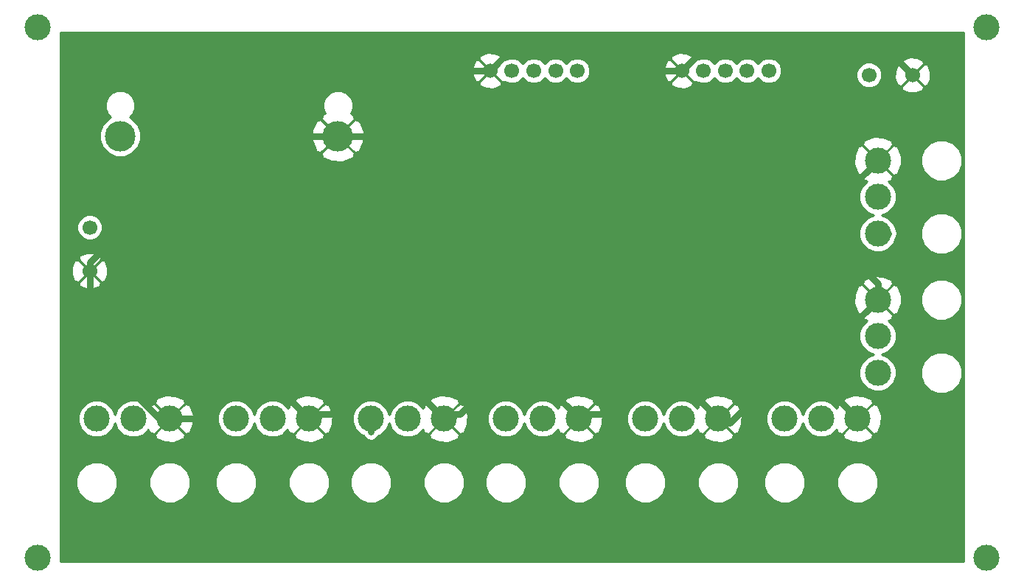
<source format=gtl>
G04 #@! TF.FileFunction,Copper,L1,Top,Signal*
%FSLAX46Y46*%
G04 Gerber Fmt 4.6, Leading zero omitted, Abs format (unit mm)*
G04 Created by KiCad (PCBNEW 4.0.7-e2-6376~58~ubuntu16.04.1) date Mon Apr  9 08:03:59 2018*
%MOMM*%
%LPD*%
G01*
G04 APERTURE LIST*
%ADD10C,0.100000*%
%ADD11C,3.000000*%
%ADD12C,1.700000*%
%ADD13C,3.500000*%
%ADD14C,0.750000*%
%ADD15C,0.250000*%
%ADD16C,0.230000*%
G04 APERTURE END LIST*
D10*
D11*
X110500000Y-112500000D03*
X106300000Y-112500000D03*
X114700000Y-112500000D03*
D12*
X114500000Y-72500000D03*
X112000000Y-72500000D03*
X109500000Y-72500000D03*
X107000000Y-72500000D03*
X104500000Y-72500000D03*
D11*
X63500000Y-112500000D03*
X59300000Y-112500000D03*
X67700000Y-112500000D03*
X79500000Y-112500000D03*
X75300000Y-112500000D03*
X83700000Y-112500000D03*
X95000000Y-112500000D03*
X90800000Y-112500000D03*
X99200000Y-112500000D03*
X126500000Y-112500000D03*
X122300000Y-112500000D03*
X130700000Y-112500000D03*
X142500000Y-112500000D03*
X138300000Y-112500000D03*
X146700000Y-112500000D03*
X149000000Y-103000000D03*
X149000000Y-107200000D03*
X149000000Y-98800000D03*
X149000000Y-87000000D03*
X149000000Y-91200000D03*
X149000000Y-82800000D03*
D12*
X136500000Y-72500000D03*
X134000000Y-72500000D03*
X131500000Y-72500000D03*
X129000000Y-72500000D03*
X126500000Y-72500000D03*
X58500000Y-95500000D03*
X58500000Y-90500000D03*
D13*
X62000000Y-80000000D03*
X87000000Y-80000000D03*
D11*
X52500000Y-67500000D03*
X52500000Y-128500000D03*
X161500000Y-128500000D03*
X161500000Y-67500000D03*
D12*
X148000000Y-73000000D03*
X153000000Y-73000000D03*
D14*
X150200000Y-91200000D02*
X149000000Y-91200000D01*
X75000000Y-112800000D02*
X75300000Y-112500000D01*
X91000000Y-112700000D02*
X90800000Y-112500000D01*
X122000000Y-112800000D02*
X122300000Y-112500000D01*
X138000000Y-112800000D02*
X138300000Y-112500000D01*
X149000000Y-92200000D02*
X149000000Y-91200000D01*
X138300000Y-113500000D02*
X138300000Y-112500000D01*
X121500000Y-112500000D02*
X122300000Y-112500000D01*
X106300000Y-113500000D02*
X106300000Y-112500000D01*
X90800000Y-114000000D02*
X90800000Y-112500000D01*
X62000000Y-81000000D02*
X62000000Y-80000000D01*
D15*
X62000000Y-81000000D02*
X62000000Y-80000000D01*
D14*
X104500000Y-72500000D02*
X107000000Y-70000000D01*
X124500000Y-72500000D02*
X126500000Y-72500000D01*
X122000000Y-70000000D02*
X124500000Y-72500000D01*
X107000000Y-70000000D02*
X122000000Y-70000000D01*
X87000000Y-80000000D02*
X94000000Y-80000000D01*
X101500000Y-72500000D02*
X104500000Y-72500000D01*
X94000000Y-80000000D02*
X101500000Y-72500000D01*
X58500000Y-95500000D02*
X58500000Y-94500000D01*
X73000000Y-80000000D02*
X87000000Y-80000000D01*
X58500000Y-94500000D02*
X73000000Y-80000000D01*
X149000000Y-98800000D02*
X149000000Y-97000000D01*
X145000000Y-86800000D02*
X149000000Y-82800000D01*
X145000000Y-93000000D02*
X145000000Y-86800000D01*
X149000000Y-97000000D02*
X145000000Y-93000000D01*
X143000000Y-109000000D02*
X143200000Y-109000000D01*
X143200000Y-109000000D02*
X146700000Y-112500000D01*
X58500000Y-95500000D02*
X58500000Y-104500000D01*
X58500000Y-104500000D02*
X66500000Y-112500000D01*
X66500000Y-112500000D02*
X70500000Y-112500000D01*
X80200000Y-109000000D02*
X83200000Y-112000000D01*
X74000000Y-109000000D02*
X80200000Y-109000000D01*
X70500000Y-112500000D02*
X74000000Y-109000000D01*
X83200000Y-112000000D02*
X87000000Y-112000000D01*
X87000000Y-112000000D02*
X90000000Y-109000000D01*
X90000000Y-109000000D02*
X95700000Y-109000000D01*
X95700000Y-109000000D02*
X98700000Y-112000000D01*
X98700000Y-112000000D02*
X101000000Y-112000000D01*
X101000000Y-112000000D02*
X104000000Y-109000000D01*
X104000000Y-109000000D02*
X111200000Y-109000000D01*
X111200000Y-109000000D02*
X114200000Y-112000000D01*
X114200000Y-112000000D02*
X118000000Y-112000000D01*
X118000000Y-112000000D02*
X121000000Y-109000000D01*
X121000000Y-109000000D02*
X127200000Y-109000000D01*
X127200000Y-109000000D02*
X131200000Y-113000000D01*
X131200000Y-113000000D02*
X132000000Y-113000000D01*
X132000000Y-113000000D02*
X136000000Y-109000000D01*
X136000000Y-109000000D02*
X143000000Y-109000000D01*
X143200000Y-109000000D02*
X145000000Y-107200000D01*
X145000000Y-107200000D02*
X145000000Y-102800000D01*
X145000000Y-102800000D02*
X149000000Y-98800000D01*
X126500000Y-72500000D02*
X130000000Y-69000000D01*
X149000000Y-69000000D02*
X153000000Y-73000000D01*
X130000000Y-69000000D02*
X149000000Y-69000000D01*
D15*
X146500000Y-112300000D02*
X146700000Y-112500000D01*
D16*
G36*
X158885000Y-128885000D02*
X55115000Y-128885000D01*
X55115000Y-120269948D01*
X56926589Y-120269948D01*
X57287095Y-121142441D01*
X57954048Y-121810559D01*
X58825910Y-122172587D01*
X59769948Y-122173411D01*
X60642441Y-121812905D01*
X61310559Y-121145952D01*
X61672587Y-120274090D01*
X61672590Y-120269948D01*
X65326589Y-120269948D01*
X65687095Y-121142441D01*
X66354048Y-121810559D01*
X67225910Y-122172587D01*
X68169948Y-122173411D01*
X69042441Y-121812905D01*
X69710559Y-121145952D01*
X70072587Y-120274090D01*
X70072590Y-120269948D01*
X72926589Y-120269948D01*
X73287095Y-121142441D01*
X73954048Y-121810559D01*
X74825910Y-122172587D01*
X75769948Y-122173411D01*
X76642441Y-121812905D01*
X77310559Y-121145952D01*
X77672587Y-120274090D01*
X77672590Y-120269948D01*
X81326589Y-120269948D01*
X81687095Y-121142441D01*
X82354048Y-121810559D01*
X83225910Y-122172587D01*
X84169948Y-122173411D01*
X85042441Y-121812905D01*
X85710559Y-121145952D01*
X86072587Y-120274090D01*
X86072590Y-120269948D01*
X88426589Y-120269948D01*
X88787095Y-121142441D01*
X89454048Y-121810559D01*
X90325910Y-122172587D01*
X91269948Y-122173411D01*
X92142441Y-121812905D01*
X92810559Y-121145952D01*
X93172587Y-120274090D01*
X93172590Y-120269948D01*
X96826589Y-120269948D01*
X97187095Y-121142441D01*
X97854048Y-121810559D01*
X98725910Y-122172587D01*
X99669948Y-122173411D01*
X100542441Y-121812905D01*
X101210559Y-121145952D01*
X101572587Y-120274090D01*
X101572590Y-120269948D01*
X103926589Y-120269948D01*
X104287095Y-121142441D01*
X104954048Y-121810559D01*
X105825910Y-122172587D01*
X106769948Y-122173411D01*
X107642441Y-121812905D01*
X108310559Y-121145952D01*
X108672587Y-120274090D01*
X108672590Y-120269948D01*
X112326589Y-120269948D01*
X112687095Y-121142441D01*
X113354048Y-121810559D01*
X114225910Y-122172587D01*
X115169948Y-122173411D01*
X116042441Y-121812905D01*
X116710559Y-121145952D01*
X117072587Y-120274090D01*
X117072590Y-120269948D01*
X119926589Y-120269948D01*
X120287095Y-121142441D01*
X120954048Y-121810559D01*
X121825910Y-122172587D01*
X122769948Y-122173411D01*
X123642441Y-121812905D01*
X124310559Y-121145952D01*
X124672587Y-120274090D01*
X124672590Y-120269948D01*
X128326589Y-120269948D01*
X128687095Y-121142441D01*
X129354048Y-121810559D01*
X130225910Y-122172587D01*
X131169948Y-122173411D01*
X132042441Y-121812905D01*
X132710559Y-121145952D01*
X133072587Y-120274090D01*
X133072590Y-120269948D01*
X135926589Y-120269948D01*
X136287095Y-121142441D01*
X136954048Y-121810559D01*
X137825910Y-122172587D01*
X138769948Y-122173411D01*
X139642441Y-121812905D01*
X140310559Y-121145952D01*
X140672587Y-120274090D01*
X140672590Y-120269948D01*
X144326589Y-120269948D01*
X144687095Y-121142441D01*
X145354048Y-121810559D01*
X146225910Y-122172587D01*
X147169948Y-122173411D01*
X148042441Y-121812905D01*
X148710559Y-121145952D01*
X149072587Y-120274090D01*
X149073411Y-119330052D01*
X148712905Y-118457559D01*
X148045952Y-117789441D01*
X147174090Y-117427413D01*
X146230052Y-117426589D01*
X145357559Y-117787095D01*
X144689441Y-118454048D01*
X144327413Y-119325910D01*
X144326589Y-120269948D01*
X140672590Y-120269948D01*
X140673411Y-119330052D01*
X140312905Y-118457559D01*
X139645952Y-117789441D01*
X138774090Y-117427413D01*
X137830052Y-117426589D01*
X136957559Y-117787095D01*
X136289441Y-118454048D01*
X135927413Y-119325910D01*
X135926589Y-120269948D01*
X133072590Y-120269948D01*
X133073411Y-119330052D01*
X132712905Y-118457559D01*
X132045952Y-117789441D01*
X131174090Y-117427413D01*
X130230052Y-117426589D01*
X129357559Y-117787095D01*
X128689441Y-118454048D01*
X128327413Y-119325910D01*
X128326589Y-120269948D01*
X124672590Y-120269948D01*
X124673411Y-119330052D01*
X124312905Y-118457559D01*
X123645952Y-117789441D01*
X122774090Y-117427413D01*
X121830052Y-117426589D01*
X120957559Y-117787095D01*
X120289441Y-118454048D01*
X119927413Y-119325910D01*
X119926589Y-120269948D01*
X117072590Y-120269948D01*
X117073411Y-119330052D01*
X116712905Y-118457559D01*
X116045952Y-117789441D01*
X115174090Y-117427413D01*
X114230052Y-117426589D01*
X113357559Y-117787095D01*
X112689441Y-118454048D01*
X112327413Y-119325910D01*
X112326589Y-120269948D01*
X108672590Y-120269948D01*
X108673411Y-119330052D01*
X108312905Y-118457559D01*
X107645952Y-117789441D01*
X106774090Y-117427413D01*
X105830052Y-117426589D01*
X104957559Y-117787095D01*
X104289441Y-118454048D01*
X103927413Y-119325910D01*
X103926589Y-120269948D01*
X101572590Y-120269948D01*
X101573411Y-119330052D01*
X101212905Y-118457559D01*
X100545952Y-117789441D01*
X99674090Y-117427413D01*
X98730052Y-117426589D01*
X97857559Y-117787095D01*
X97189441Y-118454048D01*
X96827413Y-119325910D01*
X96826589Y-120269948D01*
X93172590Y-120269948D01*
X93173411Y-119330052D01*
X92812905Y-118457559D01*
X92145952Y-117789441D01*
X91274090Y-117427413D01*
X90330052Y-117426589D01*
X89457559Y-117787095D01*
X88789441Y-118454048D01*
X88427413Y-119325910D01*
X88426589Y-120269948D01*
X86072590Y-120269948D01*
X86073411Y-119330052D01*
X85712905Y-118457559D01*
X85045952Y-117789441D01*
X84174090Y-117427413D01*
X83230052Y-117426589D01*
X82357559Y-117787095D01*
X81689441Y-118454048D01*
X81327413Y-119325910D01*
X81326589Y-120269948D01*
X77672590Y-120269948D01*
X77673411Y-119330052D01*
X77312905Y-118457559D01*
X76645952Y-117789441D01*
X75774090Y-117427413D01*
X74830052Y-117426589D01*
X73957559Y-117787095D01*
X73289441Y-118454048D01*
X72927413Y-119325910D01*
X72926589Y-120269948D01*
X70072590Y-120269948D01*
X70073411Y-119330052D01*
X69712905Y-118457559D01*
X69045952Y-117789441D01*
X68174090Y-117427413D01*
X67230052Y-117426589D01*
X66357559Y-117787095D01*
X65689441Y-118454048D01*
X65327413Y-119325910D01*
X65326589Y-120269948D01*
X61672590Y-120269948D01*
X61673411Y-119330052D01*
X61312905Y-118457559D01*
X60645952Y-117789441D01*
X59774090Y-117427413D01*
X58830052Y-117426589D01*
X57957559Y-117787095D01*
X57289441Y-118454048D01*
X56927413Y-119325910D01*
X56926589Y-120269948D01*
X55115000Y-120269948D01*
X55115000Y-112920438D01*
X57176632Y-112920438D01*
X57499159Y-113701012D01*
X58095847Y-114298742D01*
X58875857Y-114622631D01*
X59720438Y-114623368D01*
X60501012Y-114300841D01*
X61098742Y-113704153D01*
X61400342Y-112977821D01*
X61699159Y-113701012D01*
X62295847Y-114298742D01*
X63075857Y-114622631D01*
X63920438Y-114623368D01*
X64701012Y-114300841D01*
X64752522Y-114249420D01*
X65957651Y-114249420D01*
X66073350Y-114747397D01*
X67057214Y-115198817D01*
X68138936Y-115239365D01*
X69153833Y-114862870D01*
X69326650Y-114747397D01*
X69442349Y-114249420D01*
X67700000Y-112507071D01*
X65957651Y-114249420D01*
X64752522Y-114249420D01*
X65259163Y-113743663D01*
X65337130Y-113953833D01*
X65452603Y-114126650D01*
X65950580Y-114242349D01*
X67692929Y-112500000D01*
X67707071Y-112500000D01*
X69449420Y-114242349D01*
X69947397Y-114126650D01*
X70398817Y-113142786D01*
X70407151Y-112920438D01*
X73176632Y-112920438D01*
X73499159Y-113701012D01*
X74095847Y-114298742D01*
X74875857Y-114622631D01*
X75720438Y-114623368D01*
X76501012Y-114300841D01*
X77098742Y-113704153D01*
X77400342Y-112977821D01*
X77699159Y-113701012D01*
X78295847Y-114298742D01*
X79075857Y-114622631D01*
X79920438Y-114623368D01*
X80701012Y-114300841D01*
X80752522Y-114249420D01*
X81957651Y-114249420D01*
X82073350Y-114747397D01*
X83057214Y-115198817D01*
X84138936Y-115239365D01*
X85153833Y-114862870D01*
X85326650Y-114747397D01*
X85442349Y-114249420D01*
X83700000Y-112507071D01*
X81957651Y-114249420D01*
X80752522Y-114249420D01*
X81259163Y-113743663D01*
X81337130Y-113953833D01*
X81452603Y-114126650D01*
X81950580Y-114242349D01*
X83692929Y-112500000D01*
X83707071Y-112500000D01*
X85449420Y-114242349D01*
X85947397Y-114126650D01*
X86398817Y-113142786D01*
X86407151Y-112920438D01*
X88676632Y-112920438D01*
X88999159Y-113701012D01*
X89595847Y-114298742D01*
X89909383Y-114428934D01*
X90094307Y-114705693D01*
X90418082Y-114922032D01*
X90800000Y-114998000D01*
X91181918Y-114922032D01*
X91505693Y-114705693D01*
X91690470Y-114429155D01*
X92001012Y-114300841D01*
X92598742Y-113704153D01*
X92900342Y-112977821D01*
X93199159Y-113701012D01*
X93795847Y-114298742D01*
X94575857Y-114622631D01*
X95420438Y-114623368D01*
X96201012Y-114300841D01*
X96252522Y-114249420D01*
X97457651Y-114249420D01*
X97573350Y-114747397D01*
X98557214Y-115198817D01*
X99638936Y-115239365D01*
X100653833Y-114862870D01*
X100826650Y-114747397D01*
X100942349Y-114249420D01*
X99200000Y-112507071D01*
X97457651Y-114249420D01*
X96252522Y-114249420D01*
X96759163Y-113743663D01*
X96837130Y-113953833D01*
X96952603Y-114126650D01*
X97450580Y-114242349D01*
X99192929Y-112500000D01*
X99207071Y-112500000D01*
X100949420Y-114242349D01*
X101447397Y-114126650D01*
X101898817Y-113142786D01*
X101907151Y-112920438D01*
X104176632Y-112920438D01*
X104499159Y-113701012D01*
X105095847Y-114298742D01*
X105875857Y-114622631D01*
X106720438Y-114623368D01*
X107501012Y-114300841D01*
X108098742Y-113704153D01*
X108400342Y-112977821D01*
X108699159Y-113701012D01*
X109295847Y-114298742D01*
X110075857Y-114622631D01*
X110920438Y-114623368D01*
X111701012Y-114300841D01*
X111752522Y-114249420D01*
X112957651Y-114249420D01*
X113073350Y-114747397D01*
X114057214Y-115198817D01*
X115138936Y-115239365D01*
X116153833Y-114862870D01*
X116326650Y-114747397D01*
X116442349Y-114249420D01*
X114700000Y-112507071D01*
X112957651Y-114249420D01*
X111752522Y-114249420D01*
X112259163Y-113743663D01*
X112337130Y-113953833D01*
X112452603Y-114126650D01*
X112950580Y-114242349D01*
X114692929Y-112500000D01*
X114707071Y-112500000D01*
X116449420Y-114242349D01*
X116947397Y-114126650D01*
X117398817Y-113142786D01*
X117407151Y-112920438D01*
X120176632Y-112920438D01*
X120499159Y-113701012D01*
X121095847Y-114298742D01*
X121875857Y-114622631D01*
X122720438Y-114623368D01*
X123501012Y-114300841D01*
X124098742Y-113704153D01*
X124400342Y-112977821D01*
X124699159Y-113701012D01*
X125295847Y-114298742D01*
X126075857Y-114622631D01*
X126920438Y-114623368D01*
X127701012Y-114300841D01*
X127752522Y-114249420D01*
X128957651Y-114249420D01*
X129073350Y-114747397D01*
X130057214Y-115198817D01*
X131138936Y-115239365D01*
X132153833Y-114862870D01*
X132326650Y-114747397D01*
X132442349Y-114249420D01*
X130700000Y-112507071D01*
X128957651Y-114249420D01*
X127752522Y-114249420D01*
X128259163Y-113743663D01*
X128337130Y-113953833D01*
X128452603Y-114126650D01*
X128950580Y-114242349D01*
X130692929Y-112500000D01*
X130707071Y-112500000D01*
X132449420Y-114242349D01*
X132947397Y-114126650D01*
X133398817Y-113142786D01*
X133407151Y-112920438D01*
X136176632Y-112920438D01*
X136499159Y-113701012D01*
X137095847Y-114298742D01*
X137875857Y-114622631D01*
X138720438Y-114623368D01*
X139501012Y-114300841D01*
X140098742Y-113704153D01*
X140400342Y-112977821D01*
X140699159Y-113701012D01*
X141295847Y-114298742D01*
X142075857Y-114622631D01*
X142920438Y-114623368D01*
X143701012Y-114300841D01*
X143752522Y-114249420D01*
X144957651Y-114249420D01*
X145073350Y-114747397D01*
X146057214Y-115198817D01*
X147138936Y-115239365D01*
X148153833Y-114862870D01*
X148326650Y-114747397D01*
X148442349Y-114249420D01*
X146700000Y-112507071D01*
X144957651Y-114249420D01*
X143752522Y-114249420D01*
X144259163Y-113743663D01*
X144337130Y-113953833D01*
X144452603Y-114126650D01*
X144950580Y-114242349D01*
X146692929Y-112500000D01*
X146707071Y-112500000D01*
X148449420Y-114242349D01*
X148947397Y-114126650D01*
X149398817Y-113142786D01*
X149439365Y-112061064D01*
X149062870Y-111046167D01*
X148947397Y-110873350D01*
X148449420Y-110757651D01*
X146707071Y-112500000D01*
X146692929Y-112500000D01*
X144950580Y-110757651D01*
X144452603Y-110873350D01*
X144271018Y-111269113D01*
X143753390Y-110750580D01*
X144957651Y-110750580D01*
X146700000Y-112492929D01*
X148442349Y-110750580D01*
X148326650Y-110252603D01*
X147342786Y-109801183D01*
X146261064Y-109760635D01*
X145246167Y-110137130D01*
X145073350Y-110252603D01*
X144957651Y-110750580D01*
X143753390Y-110750580D01*
X143704153Y-110701258D01*
X142924143Y-110377369D01*
X142079562Y-110376632D01*
X141298988Y-110699159D01*
X140701258Y-111295847D01*
X140399658Y-112022179D01*
X140100841Y-111298988D01*
X139504153Y-110701258D01*
X138724143Y-110377369D01*
X137879562Y-110376632D01*
X137098988Y-110699159D01*
X136501258Y-111295847D01*
X136177369Y-112075857D01*
X136176632Y-112920438D01*
X133407151Y-112920438D01*
X133439365Y-112061064D01*
X133062870Y-111046167D01*
X132947397Y-110873350D01*
X132449420Y-110757651D01*
X130707071Y-112500000D01*
X130692929Y-112500000D01*
X128950580Y-110757651D01*
X128452603Y-110873350D01*
X128271018Y-111269113D01*
X127753390Y-110750580D01*
X128957651Y-110750580D01*
X130700000Y-112492929D01*
X132442349Y-110750580D01*
X132326650Y-110252603D01*
X131342786Y-109801183D01*
X130261064Y-109760635D01*
X129246167Y-110137130D01*
X129073350Y-110252603D01*
X128957651Y-110750580D01*
X127753390Y-110750580D01*
X127704153Y-110701258D01*
X126924143Y-110377369D01*
X126079562Y-110376632D01*
X125298988Y-110699159D01*
X124701258Y-111295847D01*
X124399658Y-112022179D01*
X124100841Y-111298988D01*
X123504153Y-110701258D01*
X122724143Y-110377369D01*
X121879562Y-110376632D01*
X121098988Y-110699159D01*
X120501258Y-111295847D01*
X120177369Y-112075857D01*
X120176632Y-112920438D01*
X117407151Y-112920438D01*
X117439365Y-112061064D01*
X117062870Y-111046167D01*
X116947397Y-110873350D01*
X116449420Y-110757651D01*
X114707071Y-112500000D01*
X114692929Y-112500000D01*
X112950580Y-110757651D01*
X112452603Y-110873350D01*
X112271018Y-111269113D01*
X111753390Y-110750580D01*
X112957651Y-110750580D01*
X114700000Y-112492929D01*
X116442349Y-110750580D01*
X116326650Y-110252603D01*
X115342786Y-109801183D01*
X114261064Y-109760635D01*
X113246167Y-110137130D01*
X113073350Y-110252603D01*
X112957651Y-110750580D01*
X111753390Y-110750580D01*
X111704153Y-110701258D01*
X110924143Y-110377369D01*
X110079562Y-110376632D01*
X109298988Y-110699159D01*
X108701258Y-111295847D01*
X108399658Y-112022179D01*
X108100841Y-111298988D01*
X107504153Y-110701258D01*
X106724143Y-110377369D01*
X105879562Y-110376632D01*
X105098988Y-110699159D01*
X104501258Y-111295847D01*
X104177369Y-112075857D01*
X104176632Y-112920438D01*
X101907151Y-112920438D01*
X101939365Y-112061064D01*
X101562870Y-111046167D01*
X101447397Y-110873350D01*
X100949420Y-110757651D01*
X99207071Y-112500000D01*
X99192929Y-112500000D01*
X97450580Y-110757651D01*
X96952603Y-110873350D01*
X96771018Y-111269113D01*
X96253390Y-110750580D01*
X97457651Y-110750580D01*
X99200000Y-112492929D01*
X100942349Y-110750580D01*
X100826650Y-110252603D01*
X99842786Y-109801183D01*
X98761064Y-109760635D01*
X97746167Y-110137130D01*
X97573350Y-110252603D01*
X97457651Y-110750580D01*
X96253390Y-110750580D01*
X96204153Y-110701258D01*
X95424143Y-110377369D01*
X94579562Y-110376632D01*
X93798988Y-110699159D01*
X93201258Y-111295847D01*
X92899658Y-112022179D01*
X92600841Y-111298988D01*
X92004153Y-110701258D01*
X91224143Y-110377369D01*
X90379562Y-110376632D01*
X89598988Y-110699159D01*
X89001258Y-111295847D01*
X88677369Y-112075857D01*
X88676632Y-112920438D01*
X86407151Y-112920438D01*
X86439365Y-112061064D01*
X86062870Y-111046167D01*
X85947397Y-110873350D01*
X85449420Y-110757651D01*
X83707071Y-112500000D01*
X83692929Y-112500000D01*
X81950580Y-110757651D01*
X81452603Y-110873350D01*
X81271018Y-111269113D01*
X80753390Y-110750580D01*
X81957651Y-110750580D01*
X83700000Y-112492929D01*
X85442349Y-110750580D01*
X85326650Y-110252603D01*
X84342786Y-109801183D01*
X83261064Y-109760635D01*
X82246167Y-110137130D01*
X82073350Y-110252603D01*
X81957651Y-110750580D01*
X80753390Y-110750580D01*
X80704153Y-110701258D01*
X79924143Y-110377369D01*
X79079562Y-110376632D01*
X78298988Y-110699159D01*
X77701258Y-111295847D01*
X77399658Y-112022179D01*
X77100841Y-111298988D01*
X76504153Y-110701258D01*
X75724143Y-110377369D01*
X74879562Y-110376632D01*
X74098988Y-110699159D01*
X73501258Y-111295847D01*
X73177369Y-112075857D01*
X73176632Y-112920438D01*
X70407151Y-112920438D01*
X70439365Y-112061064D01*
X70062870Y-111046167D01*
X69947397Y-110873350D01*
X69449420Y-110757651D01*
X67707071Y-112500000D01*
X67692929Y-112500000D01*
X65950580Y-110757651D01*
X65452603Y-110873350D01*
X65271018Y-111269113D01*
X64753390Y-110750580D01*
X65957651Y-110750580D01*
X67700000Y-112492929D01*
X69442349Y-110750580D01*
X69326650Y-110252603D01*
X68342786Y-109801183D01*
X67261064Y-109760635D01*
X66246167Y-110137130D01*
X66073350Y-110252603D01*
X65957651Y-110750580D01*
X64753390Y-110750580D01*
X64704153Y-110701258D01*
X63924143Y-110377369D01*
X63079562Y-110376632D01*
X62298988Y-110699159D01*
X61701258Y-111295847D01*
X61399658Y-112022179D01*
X61100841Y-111298988D01*
X60504153Y-110701258D01*
X59724143Y-110377369D01*
X58879562Y-110376632D01*
X58098988Y-110699159D01*
X57501258Y-111295847D01*
X57177369Y-112075857D01*
X57176632Y-112920438D01*
X55115000Y-112920438D01*
X55115000Y-103420438D01*
X146876632Y-103420438D01*
X147199159Y-104201012D01*
X147795847Y-104798742D01*
X148522179Y-105100342D01*
X147798988Y-105399159D01*
X147201258Y-105995847D01*
X146877369Y-106775857D01*
X146876632Y-107620438D01*
X147199159Y-108401012D01*
X147795847Y-108998742D01*
X148575857Y-109322631D01*
X149420438Y-109323368D01*
X150201012Y-109000841D01*
X150798742Y-108404153D01*
X151103611Y-107669948D01*
X153926589Y-107669948D01*
X154287095Y-108542441D01*
X154954048Y-109210559D01*
X155825910Y-109572587D01*
X156769948Y-109573411D01*
X157642441Y-109212905D01*
X158310559Y-108545952D01*
X158672587Y-107674090D01*
X158673411Y-106730052D01*
X158312905Y-105857559D01*
X157645952Y-105189441D01*
X156774090Y-104827413D01*
X155830052Y-104826589D01*
X154957559Y-105187095D01*
X154289441Y-105854048D01*
X153927413Y-106725910D01*
X153926589Y-107669948D01*
X151103611Y-107669948D01*
X151122631Y-107624143D01*
X151123368Y-106779562D01*
X150800841Y-105998988D01*
X150204153Y-105401258D01*
X149477821Y-105099658D01*
X150201012Y-104800841D01*
X150798742Y-104204153D01*
X151122631Y-103424143D01*
X151123368Y-102579562D01*
X150800841Y-101798988D01*
X150243663Y-101240837D01*
X150453833Y-101162870D01*
X150626650Y-101047397D01*
X150742349Y-100549420D01*
X149000000Y-98807071D01*
X147257651Y-100549420D01*
X147373350Y-101047397D01*
X147769113Y-101228982D01*
X147201258Y-101795847D01*
X146877369Y-102575857D01*
X146876632Y-103420438D01*
X55115000Y-103420438D01*
X55115000Y-99238936D01*
X146260635Y-99238936D01*
X146637130Y-100253833D01*
X146752603Y-100426650D01*
X147250580Y-100542349D01*
X148992929Y-98800000D01*
X149007071Y-98800000D01*
X150749420Y-100542349D01*
X151247397Y-100426650D01*
X151698817Y-99442786D01*
X151705295Y-99269948D01*
X153926589Y-99269948D01*
X154287095Y-100142441D01*
X154954048Y-100810559D01*
X155825910Y-101172587D01*
X156769948Y-101173411D01*
X157642441Y-100812905D01*
X158310559Y-100145952D01*
X158672587Y-99274090D01*
X158673411Y-98330052D01*
X158312905Y-97457559D01*
X157645952Y-96789441D01*
X156774090Y-96427413D01*
X155830052Y-96426589D01*
X154957559Y-96787095D01*
X154289441Y-97454048D01*
X153927413Y-98325910D01*
X153926589Y-99269948D01*
X151705295Y-99269948D01*
X151739365Y-98361064D01*
X151362870Y-97346167D01*
X151247397Y-97173350D01*
X150749420Y-97057651D01*
X149007071Y-98800000D01*
X148992929Y-98800000D01*
X147250580Y-97057651D01*
X146752603Y-97173350D01*
X146301183Y-98157214D01*
X146260635Y-99238936D01*
X55115000Y-99238936D01*
X55115000Y-96780794D01*
X57226277Y-96780794D01*
X57262897Y-97211232D01*
X58011926Y-97554392D01*
X58835261Y-97584788D01*
X59607554Y-97297795D01*
X59737103Y-97211232D01*
X59750770Y-97050580D01*
X147257651Y-97050580D01*
X149000000Y-98792929D01*
X150742349Y-97050580D01*
X150626650Y-96552603D01*
X149642786Y-96101183D01*
X148561064Y-96060635D01*
X147546167Y-96437130D01*
X147373350Y-96552603D01*
X147257651Y-97050580D01*
X59750770Y-97050580D01*
X59773723Y-96780794D01*
X58500000Y-95507071D01*
X57226277Y-96780794D01*
X55115000Y-96780794D01*
X55115000Y-95835261D01*
X56415212Y-95835261D01*
X56702205Y-96607554D01*
X56788768Y-96737103D01*
X57219206Y-96773723D01*
X58492929Y-95500000D01*
X58507071Y-95500000D01*
X59780794Y-96773723D01*
X60211232Y-96737103D01*
X60554392Y-95988074D01*
X60584788Y-95164739D01*
X60297795Y-94392446D01*
X60211232Y-94262897D01*
X59780794Y-94226277D01*
X58507071Y-95500000D01*
X58492929Y-95500000D01*
X57219206Y-94226277D01*
X56788768Y-94262897D01*
X56445608Y-95011926D01*
X56415212Y-95835261D01*
X55115000Y-95835261D01*
X55115000Y-94219206D01*
X57226277Y-94219206D01*
X58500000Y-95492929D01*
X59773723Y-94219206D01*
X59737103Y-93788768D01*
X58988074Y-93445608D01*
X58164739Y-93415212D01*
X57392446Y-93702205D01*
X57262897Y-93788768D01*
X57226277Y-94219206D01*
X55115000Y-94219206D01*
X55115000Y-90791712D01*
X57026745Y-90791712D01*
X57250523Y-91333298D01*
X57664523Y-91748021D01*
X58205717Y-91972744D01*
X58791712Y-91973255D01*
X59333298Y-91749477D01*
X59748021Y-91335477D01*
X59972744Y-90794283D01*
X59973255Y-90208288D01*
X59749477Y-89666702D01*
X59335477Y-89251979D01*
X58794283Y-89027256D01*
X58208288Y-89026745D01*
X57666702Y-89250523D01*
X57251979Y-89664523D01*
X57027256Y-90205717D01*
X57026745Y-90791712D01*
X55115000Y-90791712D01*
X55115000Y-87420438D01*
X146876632Y-87420438D01*
X147199159Y-88201012D01*
X147795847Y-88798742D01*
X148522179Y-89100342D01*
X147798988Y-89399159D01*
X147201258Y-89995847D01*
X146877369Y-90775857D01*
X146876632Y-91620438D01*
X147199159Y-92401012D01*
X147795847Y-92998742D01*
X148575857Y-93322631D01*
X149420438Y-93323368D01*
X150201012Y-93000841D01*
X150798742Y-92404153D01*
X151103611Y-91669948D01*
X153926589Y-91669948D01*
X154287095Y-92542441D01*
X154954048Y-93210559D01*
X155825910Y-93572587D01*
X156769948Y-93573411D01*
X157642441Y-93212905D01*
X158310559Y-92545952D01*
X158672587Y-91674090D01*
X158673411Y-90730052D01*
X158312905Y-89857559D01*
X157645952Y-89189441D01*
X156774090Y-88827413D01*
X155830052Y-88826589D01*
X154957559Y-89187095D01*
X154289441Y-89854048D01*
X153927413Y-90725910D01*
X153926589Y-91669948D01*
X151103611Y-91669948D01*
X151122631Y-91624143D01*
X151122671Y-91578707D01*
X151198000Y-91200000D01*
X151123329Y-90824601D01*
X151123368Y-90779562D01*
X150800841Y-89998988D01*
X150204153Y-89401258D01*
X149477821Y-89099658D01*
X150201012Y-88800841D01*
X150798742Y-88204153D01*
X151122631Y-87424143D01*
X151123368Y-86579562D01*
X150800841Y-85798988D01*
X150243663Y-85240837D01*
X150453833Y-85162870D01*
X150626650Y-85047397D01*
X150742349Y-84549420D01*
X149000000Y-82807071D01*
X147257651Y-84549420D01*
X147373350Y-85047397D01*
X147769113Y-85228982D01*
X147201258Y-85795847D01*
X146877369Y-86575857D01*
X146876632Y-87420438D01*
X55115000Y-87420438D01*
X55115000Y-83238936D01*
X146260635Y-83238936D01*
X146637130Y-84253833D01*
X146752603Y-84426650D01*
X147250580Y-84542349D01*
X148992929Y-82800000D01*
X149007071Y-82800000D01*
X150749420Y-84542349D01*
X151247397Y-84426650D01*
X151698817Y-83442786D01*
X151705295Y-83269948D01*
X153926589Y-83269948D01*
X154287095Y-84142441D01*
X154954048Y-84810559D01*
X155825910Y-85172587D01*
X156769948Y-85173411D01*
X157642441Y-84812905D01*
X158310559Y-84145952D01*
X158672587Y-83274090D01*
X158673411Y-82330052D01*
X158312905Y-81457559D01*
X157645952Y-80789441D01*
X156774090Y-80427413D01*
X155830052Y-80426589D01*
X154957559Y-80787095D01*
X154289441Y-81454048D01*
X153927413Y-82325910D01*
X153926589Y-83269948D01*
X151705295Y-83269948D01*
X151739365Y-82361064D01*
X151362870Y-81346167D01*
X151247397Y-81173350D01*
X150749420Y-81057651D01*
X149007071Y-82800000D01*
X148992929Y-82800000D01*
X147250580Y-81057651D01*
X146752603Y-81173350D01*
X146301183Y-82157214D01*
X146260635Y-83238936D01*
X55115000Y-83238936D01*
X55115000Y-80469948D01*
X59626589Y-80469948D01*
X59987095Y-81342441D01*
X60654048Y-82010559D01*
X61525910Y-82372587D01*
X62469948Y-82373411D01*
X63342441Y-82012905D01*
X63425832Y-81929659D01*
X85077412Y-81929659D01*
X85223526Y-82453614D01*
X86297709Y-82946671D01*
X87478810Y-82991125D01*
X88587016Y-82580206D01*
X88776474Y-82453614D01*
X88922588Y-81929659D01*
X87000000Y-80007071D01*
X85077412Y-81929659D01*
X63425832Y-81929659D01*
X64010559Y-81345952D01*
X64370627Y-80478810D01*
X84008875Y-80478810D01*
X84419794Y-81587016D01*
X84546386Y-81776474D01*
X85070341Y-81922588D01*
X86992929Y-80000000D01*
X87007071Y-80000000D01*
X88929659Y-81922588D01*
X89453614Y-81776474D01*
X89786804Y-81050580D01*
X147257651Y-81050580D01*
X149000000Y-82792929D01*
X150742349Y-81050580D01*
X150626650Y-80552603D01*
X149642786Y-80101183D01*
X148561064Y-80060635D01*
X147546167Y-80437130D01*
X147373350Y-80552603D01*
X147257651Y-81050580D01*
X89786804Y-81050580D01*
X89946671Y-80702291D01*
X89991125Y-79521190D01*
X89580206Y-78412984D01*
X89453614Y-78223526D01*
X88929659Y-78077412D01*
X87007071Y-80000000D01*
X86992929Y-80000000D01*
X85070341Y-78077412D01*
X84546386Y-78223526D01*
X84053329Y-79297709D01*
X84008875Y-80478810D01*
X64370627Y-80478810D01*
X64372587Y-80474090D01*
X64373411Y-79530052D01*
X64012905Y-78657559D01*
X63426711Y-78070341D01*
X85077412Y-78070341D01*
X87000000Y-79992929D01*
X88922588Y-78070341D01*
X88776474Y-77546386D01*
X88486423Y-77413251D01*
X88722701Y-76844230D01*
X88723299Y-76158778D01*
X88461540Y-75525274D01*
X87977276Y-75040163D01*
X87344230Y-74777299D01*
X86658778Y-74776701D01*
X86025274Y-75038460D01*
X85540163Y-75522724D01*
X85277299Y-76155770D01*
X85276701Y-76841222D01*
X85502108Y-77386747D01*
X85412984Y-77419794D01*
X85223526Y-77546386D01*
X85077412Y-78070341D01*
X63426711Y-78070341D01*
X63345952Y-77989441D01*
X63064041Y-77872381D01*
X63459837Y-77477276D01*
X63722701Y-76844230D01*
X63723299Y-76158778D01*
X63461540Y-75525274D01*
X62977276Y-75040163D01*
X62344230Y-74777299D01*
X61658778Y-74776701D01*
X61025274Y-75038460D01*
X60540163Y-75522724D01*
X60277299Y-76155770D01*
X60276701Y-76841222D01*
X60538460Y-77474726D01*
X60935353Y-77872313D01*
X60657559Y-77987095D01*
X59989441Y-78654048D01*
X59627413Y-79525910D01*
X59626589Y-80469948D01*
X55115000Y-80469948D01*
X55115000Y-73780794D01*
X103226277Y-73780794D01*
X103262897Y-74211232D01*
X104011926Y-74554392D01*
X104835261Y-74584788D01*
X105607554Y-74297795D01*
X105737103Y-74211232D01*
X105773723Y-73780794D01*
X104500000Y-72507071D01*
X103226277Y-73780794D01*
X55115000Y-73780794D01*
X55115000Y-72835261D01*
X102415212Y-72835261D01*
X102702205Y-73607554D01*
X102788768Y-73737103D01*
X103219206Y-73773723D01*
X104492929Y-72500000D01*
X104507071Y-72500000D01*
X105780794Y-73773723D01*
X106158134Y-73741620D01*
X106164523Y-73748021D01*
X106705717Y-73972744D01*
X107291712Y-73973255D01*
X107833298Y-73749477D01*
X108248021Y-73335477D01*
X108249726Y-73331370D01*
X108250523Y-73333298D01*
X108664523Y-73748021D01*
X109205717Y-73972744D01*
X109791712Y-73973255D01*
X110333298Y-73749477D01*
X110748021Y-73335477D01*
X110749726Y-73331370D01*
X110750523Y-73333298D01*
X111164523Y-73748021D01*
X111705717Y-73972744D01*
X112291712Y-73973255D01*
X112833298Y-73749477D01*
X113248021Y-73335477D01*
X113249726Y-73331370D01*
X113250523Y-73333298D01*
X113664523Y-73748021D01*
X114205717Y-73972744D01*
X114791712Y-73973255D01*
X115257504Y-73780794D01*
X125226277Y-73780794D01*
X125262897Y-74211232D01*
X126011926Y-74554392D01*
X126835261Y-74584788D01*
X127607554Y-74297795D01*
X127737103Y-74211232D01*
X127773723Y-73780794D01*
X126500000Y-72507071D01*
X125226277Y-73780794D01*
X115257504Y-73780794D01*
X115333298Y-73749477D01*
X115748021Y-73335477D01*
X115955728Y-72835261D01*
X124415212Y-72835261D01*
X124702205Y-73607554D01*
X124788768Y-73737103D01*
X125219206Y-73773723D01*
X126492929Y-72500000D01*
X126507071Y-72500000D01*
X127780794Y-73773723D01*
X128158134Y-73741620D01*
X128164523Y-73748021D01*
X128705717Y-73972744D01*
X129291712Y-73973255D01*
X129833298Y-73749477D01*
X130248021Y-73335477D01*
X130249726Y-73331370D01*
X130250523Y-73333298D01*
X130664523Y-73748021D01*
X131205717Y-73972744D01*
X131791712Y-73973255D01*
X132333298Y-73749477D01*
X132748021Y-73335477D01*
X132749726Y-73331370D01*
X132750523Y-73333298D01*
X133164523Y-73748021D01*
X133705717Y-73972744D01*
X134291712Y-73973255D01*
X134833298Y-73749477D01*
X135248021Y-73335477D01*
X135249726Y-73331370D01*
X135250523Y-73333298D01*
X135664523Y-73748021D01*
X136205717Y-73972744D01*
X136791712Y-73973255D01*
X137333298Y-73749477D01*
X137748021Y-73335477D01*
X137766193Y-73291712D01*
X146526745Y-73291712D01*
X146750523Y-73833298D01*
X147164523Y-74248021D01*
X147705717Y-74472744D01*
X148291712Y-74473255D01*
X148757504Y-74280794D01*
X151726277Y-74280794D01*
X151762897Y-74711232D01*
X152511926Y-75054392D01*
X153335261Y-75084788D01*
X154107554Y-74797795D01*
X154237103Y-74711232D01*
X154273723Y-74280794D01*
X153000000Y-73007071D01*
X151726277Y-74280794D01*
X148757504Y-74280794D01*
X148833298Y-74249477D01*
X149248021Y-73835477D01*
X149455728Y-73335261D01*
X150915212Y-73335261D01*
X151202205Y-74107554D01*
X151288768Y-74237103D01*
X151719206Y-74273723D01*
X152992929Y-73000000D01*
X153007071Y-73000000D01*
X154280794Y-74273723D01*
X154711232Y-74237103D01*
X155054392Y-73488074D01*
X155084788Y-72664739D01*
X154797795Y-71892446D01*
X154711232Y-71762897D01*
X154280794Y-71726277D01*
X153007071Y-73000000D01*
X152992929Y-73000000D01*
X151719206Y-71726277D01*
X151288768Y-71762897D01*
X150945608Y-72511926D01*
X150915212Y-73335261D01*
X149455728Y-73335261D01*
X149472744Y-73294283D01*
X149473255Y-72708288D01*
X149249477Y-72166702D01*
X148835477Y-71751979D01*
X148756551Y-71719206D01*
X151726277Y-71719206D01*
X153000000Y-72992929D01*
X154273723Y-71719206D01*
X154237103Y-71288768D01*
X153488074Y-70945608D01*
X152664739Y-70915212D01*
X151892446Y-71202205D01*
X151762897Y-71288768D01*
X151726277Y-71719206D01*
X148756551Y-71719206D01*
X148294283Y-71527256D01*
X147708288Y-71526745D01*
X147166702Y-71750523D01*
X146751979Y-72164523D01*
X146527256Y-72705717D01*
X146526745Y-73291712D01*
X137766193Y-73291712D01*
X137972744Y-72794283D01*
X137973255Y-72208288D01*
X137749477Y-71666702D01*
X137335477Y-71251979D01*
X136794283Y-71027256D01*
X136208288Y-71026745D01*
X135666702Y-71250523D01*
X135251979Y-71664523D01*
X135250274Y-71668630D01*
X135249477Y-71666702D01*
X134835477Y-71251979D01*
X134294283Y-71027256D01*
X133708288Y-71026745D01*
X133166702Y-71250523D01*
X132751979Y-71664523D01*
X132750274Y-71668630D01*
X132749477Y-71666702D01*
X132335477Y-71251979D01*
X131794283Y-71027256D01*
X131208288Y-71026745D01*
X130666702Y-71250523D01*
X130251979Y-71664523D01*
X130250274Y-71668630D01*
X130249477Y-71666702D01*
X129835477Y-71251979D01*
X129294283Y-71027256D01*
X128708288Y-71026745D01*
X128166702Y-71250523D01*
X128158777Y-71258434D01*
X127780794Y-71226277D01*
X126507071Y-72500000D01*
X126492929Y-72500000D01*
X125219206Y-71226277D01*
X124788768Y-71262897D01*
X124445608Y-72011926D01*
X124415212Y-72835261D01*
X115955728Y-72835261D01*
X115972744Y-72794283D01*
X115973255Y-72208288D01*
X115749477Y-71666702D01*
X115335477Y-71251979D01*
X115256551Y-71219206D01*
X125226277Y-71219206D01*
X126500000Y-72492929D01*
X127773723Y-71219206D01*
X127737103Y-70788768D01*
X126988074Y-70445608D01*
X126164739Y-70415212D01*
X125392446Y-70702205D01*
X125262897Y-70788768D01*
X125226277Y-71219206D01*
X115256551Y-71219206D01*
X114794283Y-71027256D01*
X114208288Y-71026745D01*
X113666702Y-71250523D01*
X113251979Y-71664523D01*
X113250274Y-71668630D01*
X113249477Y-71666702D01*
X112835477Y-71251979D01*
X112294283Y-71027256D01*
X111708288Y-71026745D01*
X111166702Y-71250523D01*
X110751979Y-71664523D01*
X110750274Y-71668630D01*
X110749477Y-71666702D01*
X110335477Y-71251979D01*
X109794283Y-71027256D01*
X109208288Y-71026745D01*
X108666702Y-71250523D01*
X108251979Y-71664523D01*
X108250274Y-71668630D01*
X108249477Y-71666702D01*
X107835477Y-71251979D01*
X107294283Y-71027256D01*
X106708288Y-71026745D01*
X106166702Y-71250523D01*
X106158777Y-71258434D01*
X105780794Y-71226277D01*
X104507071Y-72500000D01*
X104492929Y-72500000D01*
X103219206Y-71226277D01*
X102788768Y-71262897D01*
X102445608Y-72011926D01*
X102415212Y-72835261D01*
X55115000Y-72835261D01*
X55115000Y-71219206D01*
X103226277Y-71219206D01*
X104500000Y-72492929D01*
X105773723Y-71219206D01*
X105737103Y-70788768D01*
X104988074Y-70445608D01*
X104164739Y-70415212D01*
X103392446Y-70702205D01*
X103262897Y-70788768D01*
X103226277Y-71219206D01*
X55115000Y-71219206D01*
X55115000Y-68115000D01*
X158885000Y-68115000D01*
X158885000Y-128885000D01*
X158885000Y-128885000D01*
G37*
X158885000Y-128885000D02*
X55115000Y-128885000D01*
X55115000Y-120269948D01*
X56926589Y-120269948D01*
X57287095Y-121142441D01*
X57954048Y-121810559D01*
X58825910Y-122172587D01*
X59769948Y-122173411D01*
X60642441Y-121812905D01*
X61310559Y-121145952D01*
X61672587Y-120274090D01*
X61672590Y-120269948D01*
X65326589Y-120269948D01*
X65687095Y-121142441D01*
X66354048Y-121810559D01*
X67225910Y-122172587D01*
X68169948Y-122173411D01*
X69042441Y-121812905D01*
X69710559Y-121145952D01*
X70072587Y-120274090D01*
X70072590Y-120269948D01*
X72926589Y-120269948D01*
X73287095Y-121142441D01*
X73954048Y-121810559D01*
X74825910Y-122172587D01*
X75769948Y-122173411D01*
X76642441Y-121812905D01*
X77310559Y-121145952D01*
X77672587Y-120274090D01*
X77672590Y-120269948D01*
X81326589Y-120269948D01*
X81687095Y-121142441D01*
X82354048Y-121810559D01*
X83225910Y-122172587D01*
X84169948Y-122173411D01*
X85042441Y-121812905D01*
X85710559Y-121145952D01*
X86072587Y-120274090D01*
X86072590Y-120269948D01*
X88426589Y-120269948D01*
X88787095Y-121142441D01*
X89454048Y-121810559D01*
X90325910Y-122172587D01*
X91269948Y-122173411D01*
X92142441Y-121812905D01*
X92810559Y-121145952D01*
X93172587Y-120274090D01*
X93172590Y-120269948D01*
X96826589Y-120269948D01*
X97187095Y-121142441D01*
X97854048Y-121810559D01*
X98725910Y-122172587D01*
X99669948Y-122173411D01*
X100542441Y-121812905D01*
X101210559Y-121145952D01*
X101572587Y-120274090D01*
X101572590Y-120269948D01*
X103926589Y-120269948D01*
X104287095Y-121142441D01*
X104954048Y-121810559D01*
X105825910Y-122172587D01*
X106769948Y-122173411D01*
X107642441Y-121812905D01*
X108310559Y-121145952D01*
X108672587Y-120274090D01*
X108672590Y-120269948D01*
X112326589Y-120269948D01*
X112687095Y-121142441D01*
X113354048Y-121810559D01*
X114225910Y-122172587D01*
X115169948Y-122173411D01*
X116042441Y-121812905D01*
X116710559Y-121145952D01*
X117072587Y-120274090D01*
X117072590Y-120269948D01*
X119926589Y-120269948D01*
X120287095Y-121142441D01*
X120954048Y-121810559D01*
X121825910Y-122172587D01*
X122769948Y-122173411D01*
X123642441Y-121812905D01*
X124310559Y-121145952D01*
X124672587Y-120274090D01*
X124672590Y-120269948D01*
X128326589Y-120269948D01*
X128687095Y-121142441D01*
X129354048Y-121810559D01*
X130225910Y-122172587D01*
X131169948Y-122173411D01*
X132042441Y-121812905D01*
X132710559Y-121145952D01*
X133072587Y-120274090D01*
X133072590Y-120269948D01*
X135926589Y-120269948D01*
X136287095Y-121142441D01*
X136954048Y-121810559D01*
X137825910Y-122172587D01*
X138769948Y-122173411D01*
X139642441Y-121812905D01*
X140310559Y-121145952D01*
X140672587Y-120274090D01*
X140672590Y-120269948D01*
X144326589Y-120269948D01*
X144687095Y-121142441D01*
X145354048Y-121810559D01*
X146225910Y-122172587D01*
X147169948Y-122173411D01*
X148042441Y-121812905D01*
X148710559Y-121145952D01*
X149072587Y-120274090D01*
X149073411Y-119330052D01*
X148712905Y-118457559D01*
X148045952Y-117789441D01*
X147174090Y-117427413D01*
X146230052Y-117426589D01*
X145357559Y-117787095D01*
X144689441Y-118454048D01*
X144327413Y-119325910D01*
X144326589Y-120269948D01*
X140672590Y-120269948D01*
X140673411Y-119330052D01*
X140312905Y-118457559D01*
X139645952Y-117789441D01*
X138774090Y-117427413D01*
X137830052Y-117426589D01*
X136957559Y-117787095D01*
X136289441Y-118454048D01*
X135927413Y-119325910D01*
X135926589Y-120269948D01*
X133072590Y-120269948D01*
X133073411Y-119330052D01*
X132712905Y-118457559D01*
X132045952Y-117789441D01*
X131174090Y-117427413D01*
X130230052Y-117426589D01*
X129357559Y-117787095D01*
X128689441Y-118454048D01*
X128327413Y-119325910D01*
X128326589Y-120269948D01*
X124672590Y-120269948D01*
X124673411Y-119330052D01*
X124312905Y-118457559D01*
X123645952Y-117789441D01*
X122774090Y-117427413D01*
X121830052Y-117426589D01*
X120957559Y-117787095D01*
X120289441Y-118454048D01*
X119927413Y-119325910D01*
X119926589Y-120269948D01*
X117072590Y-120269948D01*
X117073411Y-119330052D01*
X116712905Y-118457559D01*
X116045952Y-117789441D01*
X115174090Y-117427413D01*
X114230052Y-117426589D01*
X113357559Y-117787095D01*
X112689441Y-118454048D01*
X112327413Y-119325910D01*
X112326589Y-120269948D01*
X108672590Y-120269948D01*
X108673411Y-119330052D01*
X108312905Y-118457559D01*
X107645952Y-117789441D01*
X106774090Y-117427413D01*
X105830052Y-117426589D01*
X104957559Y-117787095D01*
X104289441Y-118454048D01*
X103927413Y-119325910D01*
X103926589Y-120269948D01*
X101572590Y-120269948D01*
X101573411Y-119330052D01*
X101212905Y-118457559D01*
X100545952Y-117789441D01*
X99674090Y-117427413D01*
X98730052Y-117426589D01*
X97857559Y-117787095D01*
X97189441Y-118454048D01*
X96827413Y-119325910D01*
X96826589Y-120269948D01*
X93172590Y-120269948D01*
X93173411Y-119330052D01*
X92812905Y-118457559D01*
X92145952Y-117789441D01*
X91274090Y-117427413D01*
X90330052Y-117426589D01*
X89457559Y-117787095D01*
X88789441Y-118454048D01*
X88427413Y-119325910D01*
X88426589Y-120269948D01*
X86072590Y-120269948D01*
X86073411Y-119330052D01*
X85712905Y-118457559D01*
X85045952Y-117789441D01*
X84174090Y-117427413D01*
X83230052Y-117426589D01*
X82357559Y-117787095D01*
X81689441Y-118454048D01*
X81327413Y-119325910D01*
X81326589Y-120269948D01*
X77672590Y-120269948D01*
X77673411Y-119330052D01*
X77312905Y-118457559D01*
X76645952Y-117789441D01*
X75774090Y-117427413D01*
X74830052Y-117426589D01*
X73957559Y-117787095D01*
X73289441Y-118454048D01*
X72927413Y-119325910D01*
X72926589Y-120269948D01*
X70072590Y-120269948D01*
X70073411Y-119330052D01*
X69712905Y-118457559D01*
X69045952Y-117789441D01*
X68174090Y-117427413D01*
X67230052Y-117426589D01*
X66357559Y-117787095D01*
X65689441Y-118454048D01*
X65327413Y-119325910D01*
X65326589Y-120269948D01*
X61672590Y-120269948D01*
X61673411Y-119330052D01*
X61312905Y-118457559D01*
X60645952Y-117789441D01*
X59774090Y-117427413D01*
X58830052Y-117426589D01*
X57957559Y-117787095D01*
X57289441Y-118454048D01*
X56927413Y-119325910D01*
X56926589Y-120269948D01*
X55115000Y-120269948D01*
X55115000Y-112920438D01*
X57176632Y-112920438D01*
X57499159Y-113701012D01*
X58095847Y-114298742D01*
X58875857Y-114622631D01*
X59720438Y-114623368D01*
X60501012Y-114300841D01*
X61098742Y-113704153D01*
X61400342Y-112977821D01*
X61699159Y-113701012D01*
X62295847Y-114298742D01*
X63075857Y-114622631D01*
X63920438Y-114623368D01*
X64701012Y-114300841D01*
X64752522Y-114249420D01*
X65957651Y-114249420D01*
X66073350Y-114747397D01*
X67057214Y-115198817D01*
X68138936Y-115239365D01*
X69153833Y-114862870D01*
X69326650Y-114747397D01*
X69442349Y-114249420D01*
X67700000Y-112507071D01*
X65957651Y-114249420D01*
X64752522Y-114249420D01*
X65259163Y-113743663D01*
X65337130Y-113953833D01*
X65452603Y-114126650D01*
X65950580Y-114242349D01*
X67692929Y-112500000D01*
X67707071Y-112500000D01*
X69449420Y-114242349D01*
X69947397Y-114126650D01*
X70398817Y-113142786D01*
X70407151Y-112920438D01*
X73176632Y-112920438D01*
X73499159Y-113701012D01*
X74095847Y-114298742D01*
X74875857Y-114622631D01*
X75720438Y-114623368D01*
X76501012Y-114300841D01*
X77098742Y-113704153D01*
X77400342Y-112977821D01*
X77699159Y-113701012D01*
X78295847Y-114298742D01*
X79075857Y-114622631D01*
X79920438Y-114623368D01*
X80701012Y-114300841D01*
X80752522Y-114249420D01*
X81957651Y-114249420D01*
X82073350Y-114747397D01*
X83057214Y-115198817D01*
X84138936Y-115239365D01*
X85153833Y-114862870D01*
X85326650Y-114747397D01*
X85442349Y-114249420D01*
X83700000Y-112507071D01*
X81957651Y-114249420D01*
X80752522Y-114249420D01*
X81259163Y-113743663D01*
X81337130Y-113953833D01*
X81452603Y-114126650D01*
X81950580Y-114242349D01*
X83692929Y-112500000D01*
X83707071Y-112500000D01*
X85449420Y-114242349D01*
X85947397Y-114126650D01*
X86398817Y-113142786D01*
X86407151Y-112920438D01*
X88676632Y-112920438D01*
X88999159Y-113701012D01*
X89595847Y-114298742D01*
X89909383Y-114428934D01*
X90094307Y-114705693D01*
X90418082Y-114922032D01*
X90800000Y-114998000D01*
X91181918Y-114922032D01*
X91505693Y-114705693D01*
X91690470Y-114429155D01*
X92001012Y-114300841D01*
X92598742Y-113704153D01*
X92900342Y-112977821D01*
X93199159Y-113701012D01*
X93795847Y-114298742D01*
X94575857Y-114622631D01*
X95420438Y-114623368D01*
X96201012Y-114300841D01*
X96252522Y-114249420D01*
X97457651Y-114249420D01*
X97573350Y-114747397D01*
X98557214Y-115198817D01*
X99638936Y-115239365D01*
X100653833Y-114862870D01*
X100826650Y-114747397D01*
X100942349Y-114249420D01*
X99200000Y-112507071D01*
X97457651Y-114249420D01*
X96252522Y-114249420D01*
X96759163Y-113743663D01*
X96837130Y-113953833D01*
X96952603Y-114126650D01*
X97450580Y-114242349D01*
X99192929Y-112500000D01*
X99207071Y-112500000D01*
X100949420Y-114242349D01*
X101447397Y-114126650D01*
X101898817Y-113142786D01*
X101907151Y-112920438D01*
X104176632Y-112920438D01*
X104499159Y-113701012D01*
X105095847Y-114298742D01*
X105875857Y-114622631D01*
X106720438Y-114623368D01*
X107501012Y-114300841D01*
X108098742Y-113704153D01*
X108400342Y-112977821D01*
X108699159Y-113701012D01*
X109295847Y-114298742D01*
X110075857Y-114622631D01*
X110920438Y-114623368D01*
X111701012Y-114300841D01*
X111752522Y-114249420D01*
X112957651Y-114249420D01*
X113073350Y-114747397D01*
X114057214Y-115198817D01*
X115138936Y-115239365D01*
X116153833Y-114862870D01*
X116326650Y-114747397D01*
X116442349Y-114249420D01*
X114700000Y-112507071D01*
X112957651Y-114249420D01*
X111752522Y-114249420D01*
X112259163Y-113743663D01*
X112337130Y-113953833D01*
X112452603Y-114126650D01*
X112950580Y-114242349D01*
X114692929Y-112500000D01*
X114707071Y-112500000D01*
X116449420Y-114242349D01*
X116947397Y-114126650D01*
X117398817Y-113142786D01*
X117407151Y-112920438D01*
X120176632Y-112920438D01*
X120499159Y-113701012D01*
X121095847Y-114298742D01*
X121875857Y-114622631D01*
X122720438Y-114623368D01*
X123501012Y-114300841D01*
X124098742Y-113704153D01*
X124400342Y-112977821D01*
X124699159Y-113701012D01*
X125295847Y-114298742D01*
X126075857Y-114622631D01*
X126920438Y-114623368D01*
X127701012Y-114300841D01*
X127752522Y-114249420D01*
X128957651Y-114249420D01*
X129073350Y-114747397D01*
X130057214Y-115198817D01*
X131138936Y-115239365D01*
X132153833Y-114862870D01*
X132326650Y-114747397D01*
X132442349Y-114249420D01*
X130700000Y-112507071D01*
X128957651Y-114249420D01*
X127752522Y-114249420D01*
X128259163Y-113743663D01*
X128337130Y-113953833D01*
X128452603Y-114126650D01*
X128950580Y-114242349D01*
X130692929Y-112500000D01*
X130707071Y-112500000D01*
X132449420Y-114242349D01*
X132947397Y-114126650D01*
X133398817Y-113142786D01*
X133407151Y-112920438D01*
X136176632Y-112920438D01*
X136499159Y-113701012D01*
X137095847Y-114298742D01*
X137875857Y-114622631D01*
X138720438Y-114623368D01*
X139501012Y-114300841D01*
X140098742Y-113704153D01*
X140400342Y-112977821D01*
X140699159Y-113701012D01*
X141295847Y-114298742D01*
X142075857Y-114622631D01*
X142920438Y-114623368D01*
X143701012Y-114300841D01*
X143752522Y-114249420D01*
X144957651Y-114249420D01*
X145073350Y-114747397D01*
X146057214Y-115198817D01*
X147138936Y-115239365D01*
X148153833Y-114862870D01*
X148326650Y-114747397D01*
X148442349Y-114249420D01*
X146700000Y-112507071D01*
X144957651Y-114249420D01*
X143752522Y-114249420D01*
X144259163Y-113743663D01*
X144337130Y-113953833D01*
X144452603Y-114126650D01*
X144950580Y-114242349D01*
X146692929Y-112500000D01*
X146707071Y-112500000D01*
X148449420Y-114242349D01*
X148947397Y-114126650D01*
X149398817Y-113142786D01*
X149439365Y-112061064D01*
X149062870Y-111046167D01*
X148947397Y-110873350D01*
X148449420Y-110757651D01*
X146707071Y-112500000D01*
X146692929Y-112500000D01*
X144950580Y-110757651D01*
X144452603Y-110873350D01*
X144271018Y-111269113D01*
X143753390Y-110750580D01*
X144957651Y-110750580D01*
X146700000Y-112492929D01*
X148442349Y-110750580D01*
X148326650Y-110252603D01*
X147342786Y-109801183D01*
X146261064Y-109760635D01*
X145246167Y-110137130D01*
X145073350Y-110252603D01*
X144957651Y-110750580D01*
X143753390Y-110750580D01*
X143704153Y-110701258D01*
X142924143Y-110377369D01*
X142079562Y-110376632D01*
X141298988Y-110699159D01*
X140701258Y-111295847D01*
X140399658Y-112022179D01*
X140100841Y-111298988D01*
X139504153Y-110701258D01*
X138724143Y-110377369D01*
X137879562Y-110376632D01*
X137098988Y-110699159D01*
X136501258Y-111295847D01*
X136177369Y-112075857D01*
X136176632Y-112920438D01*
X133407151Y-112920438D01*
X133439365Y-112061064D01*
X133062870Y-111046167D01*
X132947397Y-110873350D01*
X132449420Y-110757651D01*
X130707071Y-112500000D01*
X130692929Y-112500000D01*
X128950580Y-110757651D01*
X128452603Y-110873350D01*
X128271018Y-111269113D01*
X127753390Y-110750580D01*
X128957651Y-110750580D01*
X130700000Y-112492929D01*
X132442349Y-110750580D01*
X132326650Y-110252603D01*
X131342786Y-109801183D01*
X130261064Y-109760635D01*
X129246167Y-110137130D01*
X129073350Y-110252603D01*
X128957651Y-110750580D01*
X127753390Y-110750580D01*
X127704153Y-110701258D01*
X126924143Y-110377369D01*
X126079562Y-110376632D01*
X125298988Y-110699159D01*
X124701258Y-111295847D01*
X124399658Y-112022179D01*
X124100841Y-111298988D01*
X123504153Y-110701258D01*
X122724143Y-110377369D01*
X121879562Y-110376632D01*
X121098988Y-110699159D01*
X120501258Y-111295847D01*
X120177369Y-112075857D01*
X120176632Y-112920438D01*
X117407151Y-112920438D01*
X117439365Y-112061064D01*
X117062870Y-111046167D01*
X116947397Y-110873350D01*
X116449420Y-110757651D01*
X114707071Y-112500000D01*
X114692929Y-112500000D01*
X112950580Y-110757651D01*
X112452603Y-110873350D01*
X112271018Y-111269113D01*
X111753390Y-110750580D01*
X112957651Y-110750580D01*
X114700000Y-112492929D01*
X116442349Y-110750580D01*
X116326650Y-110252603D01*
X115342786Y-109801183D01*
X114261064Y-109760635D01*
X113246167Y-110137130D01*
X113073350Y-110252603D01*
X112957651Y-110750580D01*
X111753390Y-110750580D01*
X111704153Y-110701258D01*
X110924143Y-110377369D01*
X110079562Y-110376632D01*
X109298988Y-110699159D01*
X108701258Y-111295847D01*
X108399658Y-112022179D01*
X108100841Y-111298988D01*
X107504153Y-110701258D01*
X106724143Y-110377369D01*
X105879562Y-110376632D01*
X105098988Y-110699159D01*
X104501258Y-111295847D01*
X104177369Y-112075857D01*
X104176632Y-112920438D01*
X101907151Y-112920438D01*
X101939365Y-112061064D01*
X101562870Y-111046167D01*
X101447397Y-110873350D01*
X100949420Y-110757651D01*
X99207071Y-112500000D01*
X99192929Y-112500000D01*
X97450580Y-110757651D01*
X96952603Y-110873350D01*
X96771018Y-111269113D01*
X96253390Y-110750580D01*
X97457651Y-110750580D01*
X99200000Y-112492929D01*
X100942349Y-110750580D01*
X100826650Y-110252603D01*
X99842786Y-109801183D01*
X98761064Y-109760635D01*
X97746167Y-110137130D01*
X97573350Y-110252603D01*
X97457651Y-110750580D01*
X96253390Y-110750580D01*
X96204153Y-110701258D01*
X95424143Y-110377369D01*
X94579562Y-110376632D01*
X93798988Y-110699159D01*
X93201258Y-111295847D01*
X92899658Y-112022179D01*
X92600841Y-111298988D01*
X92004153Y-110701258D01*
X91224143Y-110377369D01*
X90379562Y-110376632D01*
X89598988Y-110699159D01*
X89001258Y-111295847D01*
X88677369Y-112075857D01*
X88676632Y-112920438D01*
X86407151Y-112920438D01*
X86439365Y-112061064D01*
X86062870Y-111046167D01*
X85947397Y-110873350D01*
X85449420Y-110757651D01*
X83707071Y-112500000D01*
X83692929Y-112500000D01*
X81950580Y-110757651D01*
X81452603Y-110873350D01*
X81271018Y-111269113D01*
X80753390Y-110750580D01*
X81957651Y-110750580D01*
X83700000Y-112492929D01*
X85442349Y-110750580D01*
X85326650Y-110252603D01*
X84342786Y-109801183D01*
X83261064Y-109760635D01*
X82246167Y-110137130D01*
X82073350Y-110252603D01*
X81957651Y-110750580D01*
X80753390Y-110750580D01*
X80704153Y-110701258D01*
X79924143Y-110377369D01*
X79079562Y-110376632D01*
X78298988Y-110699159D01*
X77701258Y-111295847D01*
X77399658Y-112022179D01*
X77100841Y-111298988D01*
X76504153Y-110701258D01*
X75724143Y-110377369D01*
X74879562Y-110376632D01*
X74098988Y-110699159D01*
X73501258Y-111295847D01*
X73177369Y-112075857D01*
X73176632Y-112920438D01*
X70407151Y-112920438D01*
X70439365Y-112061064D01*
X70062870Y-111046167D01*
X69947397Y-110873350D01*
X69449420Y-110757651D01*
X67707071Y-112500000D01*
X67692929Y-112500000D01*
X65950580Y-110757651D01*
X65452603Y-110873350D01*
X65271018Y-111269113D01*
X64753390Y-110750580D01*
X65957651Y-110750580D01*
X67700000Y-112492929D01*
X69442349Y-110750580D01*
X69326650Y-110252603D01*
X68342786Y-109801183D01*
X67261064Y-109760635D01*
X66246167Y-110137130D01*
X66073350Y-110252603D01*
X65957651Y-110750580D01*
X64753390Y-110750580D01*
X64704153Y-110701258D01*
X63924143Y-110377369D01*
X63079562Y-110376632D01*
X62298988Y-110699159D01*
X61701258Y-111295847D01*
X61399658Y-112022179D01*
X61100841Y-111298988D01*
X60504153Y-110701258D01*
X59724143Y-110377369D01*
X58879562Y-110376632D01*
X58098988Y-110699159D01*
X57501258Y-111295847D01*
X57177369Y-112075857D01*
X57176632Y-112920438D01*
X55115000Y-112920438D01*
X55115000Y-103420438D01*
X146876632Y-103420438D01*
X147199159Y-104201012D01*
X147795847Y-104798742D01*
X148522179Y-105100342D01*
X147798988Y-105399159D01*
X147201258Y-105995847D01*
X146877369Y-106775857D01*
X146876632Y-107620438D01*
X147199159Y-108401012D01*
X147795847Y-108998742D01*
X148575857Y-109322631D01*
X149420438Y-109323368D01*
X150201012Y-109000841D01*
X150798742Y-108404153D01*
X151103611Y-107669948D01*
X153926589Y-107669948D01*
X154287095Y-108542441D01*
X154954048Y-109210559D01*
X155825910Y-109572587D01*
X156769948Y-109573411D01*
X157642441Y-109212905D01*
X158310559Y-108545952D01*
X158672587Y-107674090D01*
X158673411Y-106730052D01*
X158312905Y-105857559D01*
X157645952Y-105189441D01*
X156774090Y-104827413D01*
X155830052Y-104826589D01*
X154957559Y-105187095D01*
X154289441Y-105854048D01*
X153927413Y-106725910D01*
X153926589Y-107669948D01*
X151103611Y-107669948D01*
X151122631Y-107624143D01*
X151123368Y-106779562D01*
X150800841Y-105998988D01*
X150204153Y-105401258D01*
X149477821Y-105099658D01*
X150201012Y-104800841D01*
X150798742Y-104204153D01*
X151122631Y-103424143D01*
X151123368Y-102579562D01*
X150800841Y-101798988D01*
X150243663Y-101240837D01*
X150453833Y-101162870D01*
X150626650Y-101047397D01*
X150742349Y-100549420D01*
X149000000Y-98807071D01*
X147257651Y-100549420D01*
X147373350Y-101047397D01*
X147769113Y-101228982D01*
X147201258Y-101795847D01*
X146877369Y-102575857D01*
X146876632Y-103420438D01*
X55115000Y-103420438D01*
X55115000Y-99238936D01*
X146260635Y-99238936D01*
X146637130Y-100253833D01*
X146752603Y-100426650D01*
X147250580Y-100542349D01*
X148992929Y-98800000D01*
X149007071Y-98800000D01*
X150749420Y-100542349D01*
X151247397Y-100426650D01*
X151698817Y-99442786D01*
X151705295Y-99269948D01*
X153926589Y-99269948D01*
X154287095Y-100142441D01*
X154954048Y-100810559D01*
X155825910Y-101172587D01*
X156769948Y-101173411D01*
X157642441Y-100812905D01*
X158310559Y-100145952D01*
X158672587Y-99274090D01*
X158673411Y-98330052D01*
X158312905Y-97457559D01*
X157645952Y-96789441D01*
X156774090Y-96427413D01*
X155830052Y-96426589D01*
X154957559Y-96787095D01*
X154289441Y-97454048D01*
X153927413Y-98325910D01*
X153926589Y-99269948D01*
X151705295Y-99269948D01*
X151739365Y-98361064D01*
X151362870Y-97346167D01*
X151247397Y-97173350D01*
X150749420Y-97057651D01*
X149007071Y-98800000D01*
X148992929Y-98800000D01*
X147250580Y-97057651D01*
X146752603Y-97173350D01*
X146301183Y-98157214D01*
X146260635Y-99238936D01*
X55115000Y-99238936D01*
X55115000Y-96780794D01*
X57226277Y-96780794D01*
X57262897Y-97211232D01*
X58011926Y-97554392D01*
X58835261Y-97584788D01*
X59607554Y-97297795D01*
X59737103Y-97211232D01*
X59750770Y-97050580D01*
X147257651Y-97050580D01*
X149000000Y-98792929D01*
X150742349Y-97050580D01*
X150626650Y-96552603D01*
X149642786Y-96101183D01*
X148561064Y-96060635D01*
X147546167Y-96437130D01*
X147373350Y-96552603D01*
X147257651Y-97050580D01*
X59750770Y-97050580D01*
X59773723Y-96780794D01*
X58500000Y-95507071D01*
X57226277Y-96780794D01*
X55115000Y-96780794D01*
X55115000Y-95835261D01*
X56415212Y-95835261D01*
X56702205Y-96607554D01*
X56788768Y-96737103D01*
X57219206Y-96773723D01*
X58492929Y-95500000D01*
X58507071Y-95500000D01*
X59780794Y-96773723D01*
X60211232Y-96737103D01*
X60554392Y-95988074D01*
X60584788Y-95164739D01*
X60297795Y-94392446D01*
X60211232Y-94262897D01*
X59780794Y-94226277D01*
X58507071Y-95500000D01*
X58492929Y-95500000D01*
X57219206Y-94226277D01*
X56788768Y-94262897D01*
X56445608Y-95011926D01*
X56415212Y-95835261D01*
X55115000Y-95835261D01*
X55115000Y-94219206D01*
X57226277Y-94219206D01*
X58500000Y-95492929D01*
X59773723Y-94219206D01*
X59737103Y-93788768D01*
X58988074Y-93445608D01*
X58164739Y-93415212D01*
X57392446Y-93702205D01*
X57262897Y-93788768D01*
X57226277Y-94219206D01*
X55115000Y-94219206D01*
X55115000Y-90791712D01*
X57026745Y-90791712D01*
X57250523Y-91333298D01*
X57664523Y-91748021D01*
X58205717Y-91972744D01*
X58791712Y-91973255D01*
X59333298Y-91749477D01*
X59748021Y-91335477D01*
X59972744Y-90794283D01*
X59973255Y-90208288D01*
X59749477Y-89666702D01*
X59335477Y-89251979D01*
X58794283Y-89027256D01*
X58208288Y-89026745D01*
X57666702Y-89250523D01*
X57251979Y-89664523D01*
X57027256Y-90205717D01*
X57026745Y-90791712D01*
X55115000Y-90791712D01*
X55115000Y-87420438D01*
X146876632Y-87420438D01*
X147199159Y-88201012D01*
X147795847Y-88798742D01*
X148522179Y-89100342D01*
X147798988Y-89399159D01*
X147201258Y-89995847D01*
X146877369Y-90775857D01*
X146876632Y-91620438D01*
X147199159Y-92401012D01*
X147795847Y-92998742D01*
X148575857Y-93322631D01*
X149420438Y-93323368D01*
X150201012Y-93000841D01*
X150798742Y-92404153D01*
X151103611Y-91669948D01*
X153926589Y-91669948D01*
X154287095Y-92542441D01*
X154954048Y-93210559D01*
X155825910Y-93572587D01*
X156769948Y-93573411D01*
X157642441Y-93212905D01*
X158310559Y-92545952D01*
X158672587Y-91674090D01*
X158673411Y-90730052D01*
X158312905Y-89857559D01*
X157645952Y-89189441D01*
X156774090Y-88827413D01*
X155830052Y-88826589D01*
X154957559Y-89187095D01*
X154289441Y-89854048D01*
X153927413Y-90725910D01*
X153926589Y-91669948D01*
X151103611Y-91669948D01*
X151122631Y-91624143D01*
X151122671Y-91578707D01*
X151198000Y-91200000D01*
X151123329Y-90824601D01*
X151123368Y-90779562D01*
X150800841Y-89998988D01*
X150204153Y-89401258D01*
X149477821Y-89099658D01*
X150201012Y-88800841D01*
X150798742Y-88204153D01*
X151122631Y-87424143D01*
X151123368Y-86579562D01*
X150800841Y-85798988D01*
X150243663Y-85240837D01*
X150453833Y-85162870D01*
X150626650Y-85047397D01*
X150742349Y-84549420D01*
X149000000Y-82807071D01*
X147257651Y-84549420D01*
X147373350Y-85047397D01*
X147769113Y-85228982D01*
X147201258Y-85795847D01*
X146877369Y-86575857D01*
X146876632Y-87420438D01*
X55115000Y-87420438D01*
X55115000Y-83238936D01*
X146260635Y-83238936D01*
X146637130Y-84253833D01*
X146752603Y-84426650D01*
X147250580Y-84542349D01*
X148992929Y-82800000D01*
X149007071Y-82800000D01*
X150749420Y-84542349D01*
X151247397Y-84426650D01*
X151698817Y-83442786D01*
X151705295Y-83269948D01*
X153926589Y-83269948D01*
X154287095Y-84142441D01*
X154954048Y-84810559D01*
X155825910Y-85172587D01*
X156769948Y-85173411D01*
X157642441Y-84812905D01*
X158310559Y-84145952D01*
X158672587Y-83274090D01*
X158673411Y-82330052D01*
X158312905Y-81457559D01*
X157645952Y-80789441D01*
X156774090Y-80427413D01*
X155830052Y-80426589D01*
X154957559Y-80787095D01*
X154289441Y-81454048D01*
X153927413Y-82325910D01*
X153926589Y-83269948D01*
X151705295Y-83269948D01*
X151739365Y-82361064D01*
X151362870Y-81346167D01*
X151247397Y-81173350D01*
X150749420Y-81057651D01*
X149007071Y-82800000D01*
X148992929Y-82800000D01*
X147250580Y-81057651D01*
X146752603Y-81173350D01*
X146301183Y-82157214D01*
X146260635Y-83238936D01*
X55115000Y-83238936D01*
X55115000Y-80469948D01*
X59626589Y-80469948D01*
X59987095Y-81342441D01*
X60654048Y-82010559D01*
X61525910Y-82372587D01*
X62469948Y-82373411D01*
X63342441Y-82012905D01*
X63425832Y-81929659D01*
X85077412Y-81929659D01*
X85223526Y-82453614D01*
X86297709Y-82946671D01*
X87478810Y-82991125D01*
X88587016Y-82580206D01*
X88776474Y-82453614D01*
X88922588Y-81929659D01*
X87000000Y-80007071D01*
X85077412Y-81929659D01*
X63425832Y-81929659D01*
X64010559Y-81345952D01*
X64370627Y-80478810D01*
X84008875Y-80478810D01*
X84419794Y-81587016D01*
X84546386Y-81776474D01*
X85070341Y-81922588D01*
X86992929Y-80000000D01*
X87007071Y-80000000D01*
X88929659Y-81922588D01*
X89453614Y-81776474D01*
X89786804Y-81050580D01*
X147257651Y-81050580D01*
X149000000Y-82792929D01*
X150742349Y-81050580D01*
X150626650Y-80552603D01*
X149642786Y-80101183D01*
X148561064Y-80060635D01*
X147546167Y-80437130D01*
X147373350Y-80552603D01*
X147257651Y-81050580D01*
X89786804Y-81050580D01*
X89946671Y-80702291D01*
X89991125Y-79521190D01*
X89580206Y-78412984D01*
X89453614Y-78223526D01*
X88929659Y-78077412D01*
X87007071Y-80000000D01*
X86992929Y-80000000D01*
X85070341Y-78077412D01*
X84546386Y-78223526D01*
X84053329Y-79297709D01*
X84008875Y-80478810D01*
X64370627Y-80478810D01*
X64372587Y-80474090D01*
X64373411Y-79530052D01*
X64012905Y-78657559D01*
X63426711Y-78070341D01*
X85077412Y-78070341D01*
X87000000Y-79992929D01*
X88922588Y-78070341D01*
X88776474Y-77546386D01*
X88486423Y-77413251D01*
X88722701Y-76844230D01*
X88723299Y-76158778D01*
X88461540Y-75525274D01*
X87977276Y-75040163D01*
X87344230Y-74777299D01*
X86658778Y-74776701D01*
X86025274Y-75038460D01*
X85540163Y-75522724D01*
X85277299Y-76155770D01*
X85276701Y-76841222D01*
X85502108Y-77386747D01*
X85412984Y-77419794D01*
X85223526Y-77546386D01*
X85077412Y-78070341D01*
X63426711Y-78070341D01*
X63345952Y-77989441D01*
X63064041Y-77872381D01*
X63459837Y-77477276D01*
X63722701Y-76844230D01*
X63723299Y-76158778D01*
X63461540Y-75525274D01*
X62977276Y-75040163D01*
X62344230Y-74777299D01*
X61658778Y-74776701D01*
X61025274Y-75038460D01*
X60540163Y-75522724D01*
X60277299Y-76155770D01*
X60276701Y-76841222D01*
X60538460Y-77474726D01*
X60935353Y-77872313D01*
X60657559Y-77987095D01*
X59989441Y-78654048D01*
X59627413Y-79525910D01*
X59626589Y-80469948D01*
X55115000Y-80469948D01*
X55115000Y-73780794D01*
X103226277Y-73780794D01*
X103262897Y-74211232D01*
X104011926Y-74554392D01*
X104835261Y-74584788D01*
X105607554Y-74297795D01*
X105737103Y-74211232D01*
X105773723Y-73780794D01*
X104500000Y-72507071D01*
X103226277Y-73780794D01*
X55115000Y-73780794D01*
X55115000Y-72835261D01*
X102415212Y-72835261D01*
X102702205Y-73607554D01*
X102788768Y-73737103D01*
X103219206Y-73773723D01*
X104492929Y-72500000D01*
X104507071Y-72500000D01*
X105780794Y-73773723D01*
X106158134Y-73741620D01*
X106164523Y-73748021D01*
X106705717Y-73972744D01*
X107291712Y-73973255D01*
X107833298Y-73749477D01*
X108248021Y-73335477D01*
X108249726Y-73331370D01*
X108250523Y-73333298D01*
X108664523Y-73748021D01*
X109205717Y-73972744D01*
X109791712Y-73973255D01*
X110333298Y-73749477D01*
X110748021Y-73335477D01*
X110749726Y-73331370D01*
X110750523Y-73333298D01*
X111164523Y-73748021D01*
X111705717Y-73972744D01*
X112291712Y-73973255D01*
X112833298Y-73749477D01*
X113248021Y-73335477D01*
X113249726Y-73331370D01*
X113250523Y-73333298D01*
X113664523Y-73748021D01*
X114205717Y-73972744D01*
X114791712Y-73973255D01*
X115257504Y-73780794D01*
X125226277Y-73780794D01*
X125262897Y-74211232D01*
X126011926Y-74554392D01*
X126835261Y-74584788D01*
X127607554Y-74297795D01*
X127737103Y-74211232D01*
X127773723Y-73780794D01*
X126500000Y-72507071D01*
X125226277Y-73780794D01*
X115257504Y-73780794D01*
X115333298Y-73749477D01*
X115748021Y-73335477D01*
X115955728Y-72835261D01*
X124415212Y-72835261D01*
X124702205Y-73607554D01*
X124788768Y-73737103D01*
X125219206Y-73773723D01*
X126492929Y-72500000D01*
X126507071Y-72500000D01*
X127780794Y-73773723D01*
X128158134Y-73741620D01*
X128164523Y-73748021D01*
X128705717Y-73972744D01*
X129291712Y-73973255D01*
X129833298Y-73749477D01*
X130248021Y-73335477D01*
X130249726Y-73331370D01*
X130250523Y-73333298D01*
X130664523Y-73748021D01*
X131205717Y-73972744D01*
X131791712Y-73973255D01*
X132333298Y-73749477D01*
X132748021Y-73335477D01*
X132749726Y-73331370D01*
X132750523Y-73333298D01*
X133164523Y-73748021D01*
X133705717Y-73972744D01*
X134291712Y-73973255D01*
X134833298Y-73749477D01*
X135248021Y-73335477D01*
X135249726Y-73331370D01*
X135250523Y-73333298D01*
X135664523Y-73748021D01*
X136205717Y-73972744D01*
X136791712Y-73973255D01*
X137333298Y-73749477D01*
X137748021Y-73335477D01*
X137766193Y-73291712D01*
X146526745Y-73291712D01*
X146750523Y-73833298D01*
X147164523Y-74248021D01*
X147705717Y-74472744D01*
X148291712Y-74473255D01*
X148757504Y-74280794D01*
X151726277Y-74280794D01*
X151762897Y-74711232D01*
X152511926Y-75054392D01*
X153335261Y-75084788D01*
X154107554Y-74797795D01*
X154237103Y-74711232D01*
X154273723Y-74280794D01*
X153000000Y-73007071D01*
X151726277Y-74280794D01*
X148757504Y-74280794D01*
X148833298Y-74249477D01*
X149248021Y-73835477D01*
X149455728Y-73335261D01*
X150915212Y-73335261D01*
X151202205Y-74107554D01*
X151288768Y-74237103D01*
X151719206Y-74273723D01*
X152992929Y-73000000D01*
X153007071Y-73000000D01*
X154280794Y-74273723D01*
X154711232Y-74237103D01*
X155054392Y-73488074D01*
X155084788Y-72664739D01*
X154797795Y-71892446D01*
X154711232Y-71762897D01*
X154280794Y-71726277D01*
X153007071Y-73000000D01*
X152992929Y-73000000D01*
X151719206Y-71726277D01*
X151288768Y-71762897D01*
X150945608Y-72511926D01*
X150915212Y-73335261D01*
X149455728Y-73335261D01*
X149472744Y-73294283D01*
X149473255Y-72708288D01*
X149249477Y-72166702D01*
X148835477Y-71751979D01*
X148756551Y-71719206D01*
X151726277Y-71719206D01*
X153000000Y-72992929D01*
X154273723Y-71719206D01*
X154237103Y-71288768D01*
X153488074Y-70945608D01*
X152664739Y-70915212D01*
X151892446Y-71202205D01*
X151762897Y-71288768D01*
X151726277Y-71719206D01*
X148756551Y-71719206D01*
X148294283Y-71527256D01*
X147708288Y-71526745D01*
X147166702Y-71750523D01*
X146751979Y-72164523D01*
X146527256Y-72705717D01*
X146526745Y-73291712D01*
X137766193Y-73291712D01*
X137972744Y-72794283D01*
X137973255Y-72208288D01*
X137749477Y-71666702D01*
X137335477Y-71251979D01*
X136794283Y-71027256D01*
X136208288Y-71026745D01*
X135666702Y-71250523D01*
X135251979Y-71664523D01*
X135250274Y-71668630D01*
X135249477Y-71666702D01*
X134835477Y-71251979D01*
X134294283Y-71027256D01*
X133708288Y-71026745D01*
X133166702Y-71250523D01*
X132751979Y-71664523D01*
X132750274Y-71668630D01*
X132749477Y-71666702D01*
X132335477Y-71251979D01*
X131794283Y-71027256D01*
X131208288Y-71026745D01*
X130666702Y-71250523D01*
X130251979Y-71664523D01*
X130250274Y-71668630D01*
X130249477Y-71666702D01*
X129835477Y-71251979D01*
X129294283Y-71027256D01*
X128708288Y-71026745D01*
X128166702Y-71250523D01*
X128158777Y-71258434D01*
X127780794Y-71226277D01*
X126507071Y-72500000D01*
X126492929Y-72500000D01*
X125219206Y-71226277D01*
X124788768Y-71262897D01*
X124445608Y-72011926D01*
X124415212Y-72835261D01*
X115955728Y-72835261D01*
X115972744Y-72794283D01*
X115973255Y-72208288D01*
X115749477Y-71666702D01*
X115335477Y-71251979D01*
X115256551Y-71219206D01*
X125226277Y-71219206D01*
X126500000Y-72492929D01*
X127773723Y-71219206D01*
X127737103Y-70788768D01*
X126988074Y-70445608D01*
X126164739Y-70415212D01*
X125392446Y-70702205D01*
X125262897Y-70788768D01*
X125226277Y-71219206D01*
X115256551Y-71219206D01*
X114794283Y-71027256D01*
X114208288Y-71026745D01*
X113666702Y-71250523D01*
X113251979Y-71664523D01*
X113250274Y-71668630D01*
X113249477Y-71666702D01*
X112835477Y-71251979D01*
X112294283Y-71027256D01*
X111708288Y-71026745D01*
X111166702Y-71250523D01*
X110751979Y-71664523D01*
X110750274Y-71668630D01*
X110749477Y-71666702D01*
X110335477Y-71251979D01*
X109794283Y-71027256D01*
X109208288Y-71026745D01*
X108666702Y-71250523D01*
X108251979Y-71664523D01*
X108250274Y-71668630D01*
X108249477Y-71666702D01*
X107835477Y-71251979D01*
X107294283Y-71027256D01*
X106708288Y-71026745D01*
X106166702Y-71250523D01*
X106158777Y-71258434D01*
X105780794Y-71226277D01*
X104507071Y-72500000D01*
X104492929Y-72500000D01*
X103219206Y-71226277D01*
X102788768Y-71262897D01*
X102445608Y-72011926D01*
X102415212Y-72835261D01*
X55115000Y-72835261D01*
X55115000Y-71219206D01*
X103226277Y-71219206D01*
X104500000Y-72492929D01*
X105773723Y-71219206D01*
X105737103Y-70788768D01*
X104988074Y-70445608D01*
X104164739Y-70415212D01*
X103392446Y-70702205D01*
X103262897Y-70788768D01*
X103226277Y-71219206D01*
X55115000Y-71219206D01*
X55115000Y-68115000D01*
X158885000Y-68115000D01*
X158885000Y-128885000D01*
M02*

</source>
